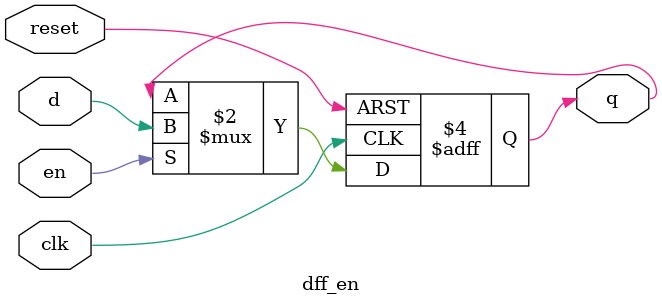
<source format=v>
module dff_en
(
input wire clk,reset,
input wire en,
input wire d,
output reg q
);

//body
always @(posedge clk, posedge reset)
	if(reset)
		q <=1'b0;
	else if (en)
		q <=d;
endmodule


</source>
